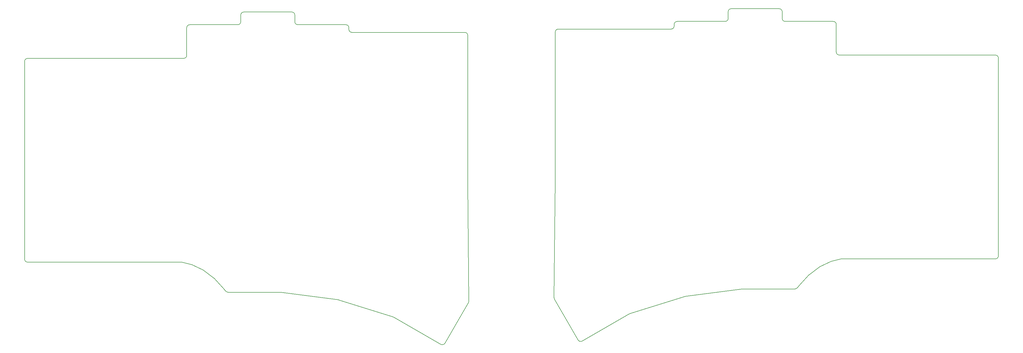
<source format=gbr>
%TF.GenerationSoftware,KiCad,Pcbnew,6.0.9*%
%TF.CreationDate,2022-10-31T19:27:22+01:00*%
%TF.ProjectId,neok(both),6e656f6b-2862-46f7-9468-292e6b696361,v1.0.0*%
%TF.SameCoordinates,Original*%
%TF.FileFunction,Profile,NP*%
%FSLAX46Y46*%
G04 Gerber Fmt 4.6, Leading zero omitted, Abs format (unit mm)*
G04 Created by KiCad (PCBNEW 6.0.9) date 2022-10-31 19:27:22*
%MOMM*%
%LPD*%
G01*
G04 APERTURE LIST*
%TA.AperFunction,Profile*%
%ADD10C,0.150000*%
%TD*%
G04 APERTURE END LIST*
D10*
X193095946Y-181208565D02*
G75*
G03*
X193229867Y-180698723I-865546J499865D01*
G01*
X108310990Y-173106245D02*
X111835987Y-176934786D01*
X278572009Y-87456438D02*
X262572018Y-87456445D01*
X116250003Y-88549994D02*
G75*
G03*
X117249994Y-87550000I-3J999994D01*
G01*
X117249996Y-85299996D02*
X117249994Y-87550000D01*
X135249999Y-87550003D02*
X135249996Y-85300006D01*
X46250000Y-99769999D02*
X98250001Y-99770006D01*
X97563338Y-167796763D02*
X100947778Y-168595857D01*
X46250003Y-167770005D02*
X97333552Y-167770000D01*
X152249999Y-88550003D02*
X136250008Y-88549996D01*
X306643859Y-171892160D02*
G75*
G03*
X306511027Y-172012687I602741J-797740D01*
G01*
X302986030Y-175841228D02*
X306511027Y-172012687D01*
X101144984Y-168664856D02*
G75*
G03*
X100947778Y-168595857I-426984J-904044D01*
G01*
X246790661Y-184985737D02*
X265005226Y-179242705D01*
X302986029Y-175841227D02*
G75*
G03*
X302958652Y-175872218I742371J-683373D01*
G01*
X313874239Y-167502299D02*
X317258679Y-166703205D01*
X99249996Y-89549998D02*
X99250000Y-98770010D01*
X168230653Y-186166990D02*
X183866531Y-195194367D01*
X302551577Y-176352787D02*
X302958652Y-175872218D01*
X230955486Y-194100809D02*
X246591364Y-185073432D01*
X221726079Y-180115002D02*
X229589459Y-193734781D01*
X315571956Y-88456440D02*
G75*
G03*
X314572017Y-87456444I-1000056J-60D01*
G01*
X297572023Y-86456442D02*
X297572021Y-84206438D01*
X192850001Y-92099997D02*
G75*
G03*
X191849999Y-91099999I-999901J97D01*
G01*
X221592150Y-179605165D02*
X221971973Y-141011361D01*
X111863365Y-176965776D02*
X112270440Y-177446345D01*
X192850044Y-142104919D02*
X193229867Y-180698723D01*
X315571952Y-97676452D02*
G75*
G03*
X316572016Y-98676448I1000048J52D01*
G01*
X222972018Y-90006422D02*
G75*
G03*
X221972022Y-91006439I-118J-999878D01*
G01*
X168230658Y-186166981D02*
G75*
G03*
X168031356Y-186079294I-499658J-865319D01*
G01*
X279572021Y-84206448D02*
X279572018Y-86456445D01*
X134249996Y-84300007D02*
X118249992Y-84300007D01*
X100250000Y-88549996D02*
G75*
G03*
X99249996Y-89549998I100J-1000104D01*
G01*
X101144986Y-168664852D02*
X104556591Y-170275892D01*
X306643861Y-171892162D02*
X310089603Y-169288710D01*
X46250000Y-99770001D02*
G75*
G03*
X45250001Y-100770001I100J-1000099D01*
G01*
X296572025Y-83206449D02*
X280572021Y-83206449D01*
X153249995Y-90100006D02*
X153250000Y-89549999D01*
X310265422Y-169182326D02*
G75*
G03*
X310089603Y-169288710I426878J-903974D01*
G01*
X192849995Y-92099997D02*
X192850004Y-142095075D01*
X316572016Y-98676448D02*
X368572017Y-98676441D01*
X130733296Y-177808557D02*
X149646617Y-180298540D01*
X368572014Y-166676414D02*
G75*
G03*
X369572014Y-165676438I86J999914D01*
G01*
X278572009Y-87456418D02*
G75*
G03*
X279572018Y-86456445I91J999918D01*
G01*
X45249995Y-166769996D02*
G75*
G03*
X46250003Y-167770005I999905J-104D01*
G01*
X45250003Y-166769996D02*
X45250001Y-100770001D01*
X297571957Y-86456442D02*
G75*
G03*
X298572014Y-87456443I1000043J42D01*
G01*
X222972018Y-90006441D02*
X260572021Y-90006442D01*
X116250003Y-88550001D02*
X100250000Y-88550002D01*
X284219247Y-176706437D02*
G75*
G03*
X284088721Y-176714999I53J-999963D01*
G01*
X221592162Y-179605165D02*
G75*
G03*
X221726079Y-180115002I999638J-9935D01*
G01*
X153250000Y-90100006D02*
G75*
G03*
X154249996Y-91100000I999900J-94D01*
G01*
X153249997Y-89549999D02*
G75*
G03*
X152249999Y-88550003I-999797J199D01*
G01*
X183866536Y-195194359D02*
G75*
G03*
X185232557Y-194828341I499964J866159D01*
G01*
X301788535Y-176706481D02*
G75*
G03*
X302551577Y-176352787I65J999781D01*
G01*
X149816793Y-180336256D02*
G75*
G03*
X149646618Y-180298538I-300793J-954344D01*
G01*
X221971973Y-141011361D02*
G75*
G03*
X221972013Y-141001517I-757073J7961D01*
G01*
X154249996Y-91100000D02*
X191849999Y-91099999D01*
X317488465Y-166676446D02*
G75*
G03*
X317258679Y-166703205I135J-1001154D01*
G01*
X97563340Y-167796755D02*
G75*
G03*
X97333552Y-167770000I-229640J-972145D01*
G01*
X135250004Y-87550003D02*
G75*
G03*
X136250008Y-88549996I999896J-97D01*
G01*
X297572051Y-84206438D02*
G75*
G03*
X296572025Y-83206449I-1000151J-162D01*
G01*
X313874240Y-167502303D02*
G75*
G03*
X313677031Y-167571294I229860J-973397D01*
G01*
X221972013Y-141001517D02*
X221972022Y-91006439D01*
X369572059Y-99676443D02*
G75*
G03*
X368572017Y-98676441I-999959J43D01*
G01*
X265175399Y-179204977D02*
G75*
G03*
X265005226Y-179242705I130801J-992623D01*
G01*
X260572021Y-90006422D02*
G75*
G03*
X261572022Y-89006448I79J999922D01*
G01*
X369572016Y-99676443D02*
X369572014Y-165676438D01*
X108310995Y-173106240D02*
G75*
G03*
X108178156Y-172985720I-735095J-676760D01*
G01*
X112270439Y-177446346D02*
G75*
G03*
X113033482Y-177800007I762961J646146D01*
G01*
X111863364Y-176965777D02*
G75*
G03*
X111835987Y-176934786I-777564J-659323D01*
G01*
X314572017Y-87456444D02*
X298572014Y-87456443D01*
X185232558Y-194828339D02*
X193095938Y-181208560D01*
X104732417Y-170382265D02*
G75*
G03*
X104556591Y-170275892I-603317J-798735D01*
G01*
X261572017Y-88456441D02*
X261572022Y-89006448D01*
X130733296Y-177808555D02*
G75*
G03*
X130602770Y-177799998I-130596J-992345D01*
G01*
X262572018Y-87456517D02*
G75*
G03*
X261572017Y-88456441I82J-1000083D01*
G01*
X310265426Y-169182334D02*
X313677031Y-167571294D01*
X284219246Y-176706439D02*
X301788532Y-176706448D01*
X104732414Y-170382268D02*
X108178156Y-172985720D01*
X118249992Y-84299996D02*
G75*
G03*
X117249996Y-85299996I108J-1000104D01*
G01*
X229589482Y-193734770D02*
G75*
G03*
X230955486Y-194100809I866018J499970D01*
G01*
X192850004Y-142095075D02*
G75*
G03*
X192850044Y-142104919I757096J-1825D01*
G01*
X149816791Y-180336263D02*
X168031356Y-186079295D01*
X280572021Y-83206521D02*
G75*
G03*
X279572021Y-84206448I79J-1000079D01*
G01*
X113033485Y-177800006D02*
X130602771Y-177799997D01*
X135249993Y-85300006D02*
G75*
G03*
X134249996Y-84300007I-999793J206D01*
G01*
X265175400Y-179204982D02*
X284088721Y-176714999D01*
X246790663Y-184985741D02*
G75*
G03*
X246591364Y-185073432I300137J-952459D01*
G01*
X317488465Y-166676442D02*
X368572014Y-166676447D01*
X98250001Y-99770000D02*
G75*
G03*
X99250000Y-98770010I-1J1000000D01*
G01*
X315572017Y-97676452D02*
X315572021Y-88456440D01*
M02*

</source>
